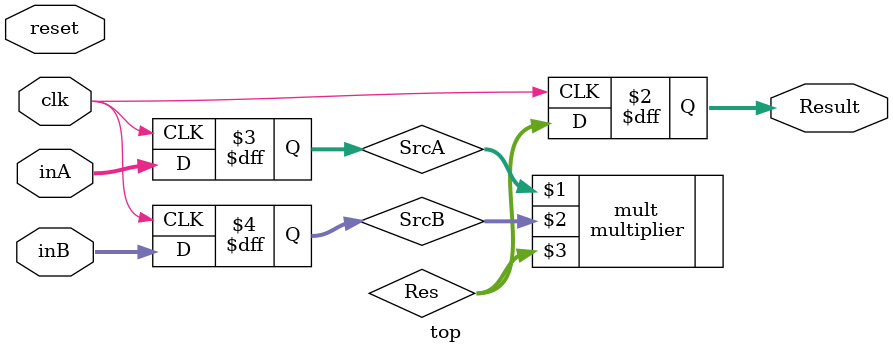
<source format=sv>
module top#(parameter n = 10)(
    input  logic clk, reset,
    input  logic [31:0] inA,
    input  logic [31:0] inB,
    output logic [31:0] Result
    );
    
    logic [31:0] SrcA, SrcB, Res;
    
    always_ff @(posedge clk) begin
      SrcA <= inA;
      SrcB <= inB;
      
      Result <= Res;
    end
    
    mem matrixData();
    
    multiplier mult(SrcA, SrcB, Res);
endmodule

</source>
